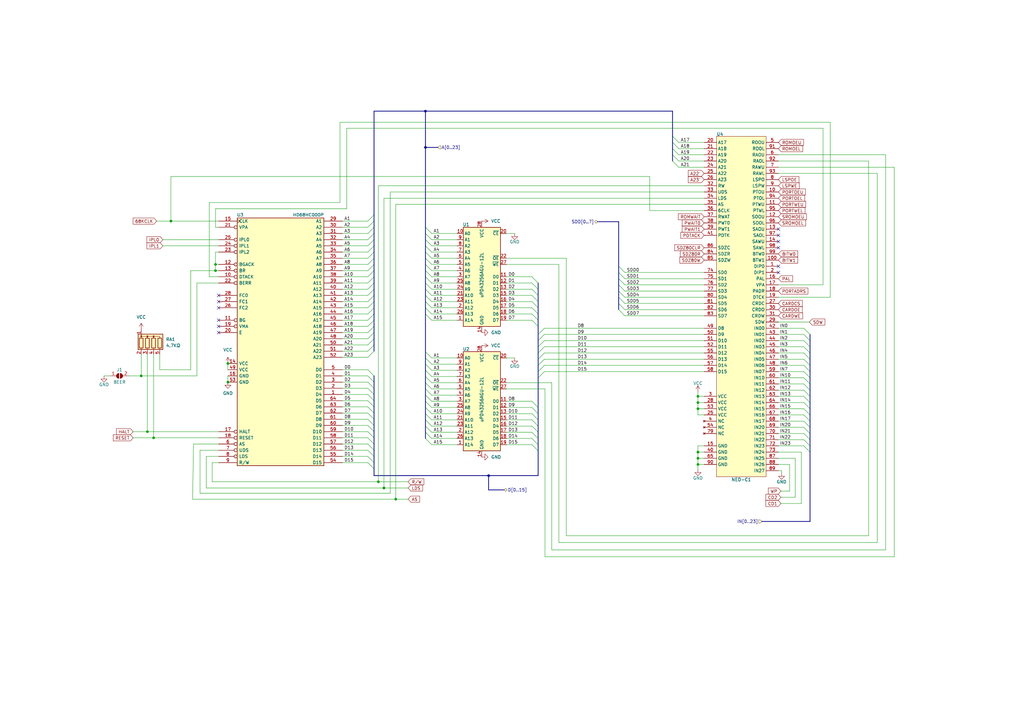
<source format=kicad_sch>
(kicad_sch (version 20211123) (generator eeschema)
  (paper "A3")
  (junction (at 174.498 45.593))
  (junction (at 286.258 162.56))
  (junction (at 88.392 110.998))
  (junction (at 286.258 187.96))
  (junction (at 286.258 190.5))
  (junction (at 88.392 108.458))
  (junction (at 162.306 204.724))
  (junction (at 155.194 197.612))
  (junction (at 286.258 167.64))
  (junction (at 93.472 156.718))
  (junction (at 200.406 195.072))
  (junction (at 70.104 90.678))
  (junction (at 174.498 60.452))
  (junction (at 57.912 154.178))
  (junction (at 286.258 185.42))
  (junction (at 62.992 179.578))
  (junction (at 60.452 177.038))
  (junction (at 286.258 165.1))
  (junction (at 157.48 200.152))
  (junction (at 93.472 149.098))
  (no_connect (at 89.662 133.858))
  (no_connect (at 89.662 126.238))
  (no_connect (at 89.662 121.158))
  (no_connect (at 89.662 131.318))
  (no_connect (at 89.662 123.698))
  (no_connect (at 89.662 136.398))
  (no_connect (at 319.278 111.76))
  (no_connect (at 319.278 109.22))
  (no_connect (at 319.278 93.98))
  (no_connect (at 319.278 99.06))
  (no_connect (at 319.278 96.52))
  (no_connect (at 319.278 101.6))
  (bus_entry (at 332.232 147.32) (size -2.54 -2.54))
  (bus_entry (at 220.726 169.672) (size -2.54 -2.54))
  (bus_entry (at 174.498 159.512) (size 2.54 2.54))
  (bus_entry (at 174.498 113.538) (size 2.54 2.54))
  (bus_entry (at 153.416 118.618) (size -2.54 2.54))
  (bus_entry (at 174.498 93.218) (size 2.54 2.54))
  (bus_entry (at 153.416 182.118) (size -2.54 -2.54))
  (bus_entry (at 220.726 131.318) (size -2.54 -2.54))
  (bus_entry (at 153.416 123.698) (size -2.54 2.54))
  (bus_entry (at 174.498 100.838) (size 2.54 2.54))
  (bus_entry (at 174.498 177.292) (size 2.54 2.54))
  (bus_entry (at 153.416 179.578) (size -2.54 -2.54))
  (bus_entry (at 220.726 123.698) (size -2.54 -2.54))
  (bus_entry (at 220.726 116.078) (size -2.54 -2.54))
  (bus_entry (at 174.498 144.272) (size 2.54 2.54))
  (bus_entry (at 153.416 103.378) (size -2.54 2.54))
  (bus_entry (at 220.726 144.78) (size 2.54 -2.54))
  (bus_entry (at 332.232 182.88) (size -2.54 -2.54))
  (bus_entry (at 332.232 142.24) (size -2.54 -2.54))
  (bus_entry (at 174.498 172.212) (size 2.54 2.54))
  (bus_entry (at 332.232 137.16) (size -2.54 -2.54))
  (bus_entry (at 220.726 167.132) (size -2.54 -2.54))
  (bus_entry (at 332.232 170.18) (size -2.54 -2.54))
  (bus_entry (at 332.232 185.42) (size -2.54 -2.54))
  (bus_entry (at 253.746 114.3) (size 2.54 2.54))
  (bus_entry (at 174.498 151.892) (size 2.54 2.54))
  (bus_entry (at 174.498 95.758) (size 2.54 2.54))
  (bus_entry (at 174.498 164.592) (size 2.54 2.54))
  (bus_entry (at 153.416 192.278) (size -2.54 -2.54))
  (bus_entry (at 174.498 110.998) (size 2.54 2.54))
  (bus_entry (at 220.726 184.912) (size -2.54 -2.54))
  (bus_entry (at 275.844 66.04) (size 2.54 2.54))
  (bus_entry (at 153.416 121.158) (size -2.54 2.54))
  (bus_entry (at 275.844 55.88) (size 2.54 2.54))
  (bus_entry (at 153.416 105.918) (size -2.54 2.54))
  (bus_entry (at 220.726 137.16) (size 2.54 -2.54))
  (bus_entry (at 153.416 164.338) (size -2.54 -2.54))
  (bus_entry (at 174.498 121.158) (size 2.54 2.54))
  (bus_entry (at 253.746 124.46) (size 2.54 2.54))
  (bus_entry (at 332.232 149.86) (size -2.54 -2.54))
  (bus_entry (at 332.232 162.56) (size -2.54 -2.54))
  (bus_entry (at 220.726 133.858) (size -2.54 -2.54))
  (bus_entry (at 332.232 180.34) (size -2.54 -2.54))
  (bus_entry (at 153.416 90.678) (size -2.54 2.54))
  (bus_entry (at 220.726 126.238) (size -2.54 -2.54))
  (bus_entry (at 174.498 169.672) (size 2.54 2.54))
  (bus_entry (at 174.498 123.698) (size 2.54 2.54))
  (bus_entry (at 153.416 161.798) (size -2.54 -2.54))
  (bus_entry (at 275.844 60.96) (size 2.54 2.54))
  (bus_entry (at 174.498 128.778) (size 2.54 2.54))
  (bus_entry (at 174.498 156.972) (size 2.54 2.54))
  (bus_entry (at 220.726 172.212) (size -2.54 -2.54))
  (bus_entry (at 332.232 160.02) (size -2.54 -2.54))
  (bus_entry (at 153.416 141.478) (size -2.54 2.54))
  (bus_entry (at 153.416 98.298) (size -2.54 2.54))
  (bus_entry (at 332.232 175.26) (size -2.54 -2.54))
  (bus_entry (at 174.498 179.832) (size 2.54 2.54))
  (bus_entry (at 220.726 128.778) (size -2.54 -2.54))
  (bus_entry (at 174.498 126.238) (size 2.54 2.54))
  (bus_entry (at 153.416 95.758) (size -2.54 2.54))
  (bus_entry (at 153.416 159.258) (size -2.54 -2.54))
  (bus_entry (at 153.416 113.538) (size -2.54 2.54))
  (bus_entry (at 153.416 136.398) (size -2.54 2.54))
  (bus_entry (at 220.726 147.32) (size 2.54 -2.54))
  (bus_entry (at 220.726 149.86) (size 2.54 -2.54))
  (bus_entry (at 220.726 179.832) (size -2.54 -2.54))
  (bus_entry (at 174.498 103.378) (size 2.54 2.54))
  (bus_entry (at 253.746 127) (size 2.54 2.54))
  (bus_entry (at 174.498 116.078) (size 2.54 2.54))
  (bus_entry (at 253.746 119.38) (size 2.54 2.54))
  (bus_entry (at 253.746 116.84) (size 2.54 2.54))
  (bus_entry (at 174.498 162.052) (size 2.54 2.54))
  (bus_entry (at 153.416 166.878) (size -2.54 -2.54))
  (bus_entry (at 220.726 142.24) (size 2.54 -2.54))
  (bus_entry (at 332.232 177.8) (size -2.54 -2.54))
  (bus_entry (at 174.498 149.352) (size 2.54 2.54))
  (bus_entry (at 174.498 167.132) (size 2.54 2.54))
  (bus_entry (at 332.232 139.7) (size -2.54 -2.54))
  (bus_entry (at 332.232 165.1) (size -2.54 -2.54))
  (bus_entry (at 332.232 152.4) (size -2.54 -2.54))
  (bus_entry (at 153.416 154.178) (size -2.54 -2.54))
  (bus_entry (at 332.232 172.72) (size -2.54 -2.54))
  (bus_entry (at 253.746 109.22) (size 2.54 2.54))
  (bus_entry (at 174.498 108.458) (size 2.54 2.54))
  (bus_entry (at 174.498 98.298) (size 2.54 2.54))
  (bus_entry (at 275.844 58.42) (size 2.54 2.54))
  (bus_entry (at 153.416 171.958) (size -2.54 -2.54))
  (bus_entry (at 153.416 174.498) (size -2.54 -2.54))
  (bus_entry (at 220.726 139.7) (size 2.54 -2.54))
  (bus_entry (at 220.726 154.94) (size 2.54 -2.54))
  (bus_entry (at 153.416 108.458) (size -2.54 2.54))
  (bus_entry (at 153.416 177.038) (size -2.54 -2.54))
  (bus_entry (at 153.416 116.078) (size -2.54 2.54))
  (bus_entry (at 174.498 105.918) (size 2.54 2.54))
  (bus_entry (at 153.416 88.138) (size -2.54 2.54))
  (bus_entry (at 220.726 152.4) (size 2.54 -2.54))
  (bus_entry (at 153.416 100.838) (size -2.54 2.54))
  (bus_entry (at 174.498 174.752) (size 2.54 2.54))
  (bus_entry (at 174.498 154.432) (size 2.54 2.54))
  (bus_entry (at 220.726 177.292) (size -2.54 -2.54))
  (bus_entry (at 220.726 182.372) (size -2.54 -2.54))
  (bus_entry (at 153.416 93.218) (size -2.54 2.54))
  (bus_entry (at 153.416 131.318) (size -2.54 2.54))
  (bus_entry (at 153.416 169.418) (size -2.54 -2.54))
  (bus_entry (at 332.232 167.64) (size -2.54 -2.54))
  (bus_entry (at 153.416 128.778) (size -2.54 2.54))
  (bus_entry (at 153.416 133.858) (size -2.54 2.54))
  (bus_entry (at 253.746 121.92) (size 2.54 2.54))
  (bus_entry (at 275.844 63.5) (size 2.54 2.54))
  (bus_entry (at 332.232 154.94) (size -2.54 -2.54))
  (bus_entry (at 220.726 121.158) (size -2.54 -2.54))
  (bus_entry (at 153.416 110.998) (size -2.54 2.54))
  (bus_entry (at 153.416 189.738) (size -2.54 -2.54))
  (bus_entry (at 332.232 157.48) (size -2.54 -2.54))
  (bus_entry (at 220.726 174.752) (size -2.54 -2.54))
  (bus_entry (at 153.416 138.938) (size -2.54 2.54))
  (bus_entry (at 174.498 146.812) (size 2.54 2.54))
  (bus_entry (at 253.746 111.76) (size 2.54 2.54))
  (bus_entry (at 153.416 156.718) (size -2.54 -2.54))
  (bus_entry (at 153.416 184.658) (size -2.54 -2.54))
  (bus_entry (at 153.416 126.238) (size -2.54 2.54))
  (bus_entry (at 174.498 118.618) (size 2.54 2.54))
  (bus_entry (at 220.726 118.618) (size -2.54 -2.54))
  (bus_entry (at 153.416 144.018) (size -2.54 2.54))
  (bus_entry (at 153.416 187.198) (size -2.54 -2.54))
  (bus_entry (at 332.232 144.78) (size -2.54 -2.54))
  (bus (pts (xy 174.498 45.593) (xy 174.498 60.452)))
  (wire (pts (xy 140.462 108.458) (xy 150.876 108.458)))
  (bus (pts (xy 253.746 121.92) (xy 253.746 119.38)))
  (wire (pts (xy 54.61 177.038) (xy 60.452 177.038)))
  (bus (pts (xy 332.232 180.34) (xy 332.232 182.88)))
  (wire (pts (xy 359.791 71.12) (xy 319.278 71.12)))
  (wire (pts (xy 326.136 203.962) (xy 320.294 203.962)))
  (bus (pts (xy 174.498 108.458) (xy 174.498 105.918)))
  (wire (pts (xy 70.104 72.39) (xy 70.104 90.678)))
  (wire (pts (xy 319.278 187.96) (xy 326.136 187.96)))
  (bus (pts (xy 174.498 149.352) (xy 174.498 151.892)))
  (wire (pts (xy 223.266 152.4) (xy 288.798 152.4)))
  (bus (pts (xy 332.232 175.26) (xy 332.232 177.8)))
  (wire (pts (xy 157.48 81.28) (xy 157.48 200.152)))
  (bus (pts (xy 153.416 100.838) (xy 153.416 103.378)))
  (bus (pts (xy 275.844 63.5) (xy 275.844 60.96)))
  (wire (pts (xy 328.676 206.502) (xy 328.676 185.42)))
  (wire (pts (xy 57.912 154.178) (xy 80.772 154.178)))
  (wire (pts (xy 187.452 154.432) (xy 177.038 154.432)))
  (wire (pts (xy 88.392 108.458) (xy 88.392 110.998)))
  (wire (pts (xy 207.772 182.372) (xy 218.186 182.372)))
  (wire (pts (xy 140.462 90.678) (xy 150.876 90.678)))
  (wire (pts (xy 78.994 204.724) (xy 162.306 204.724)))
  (wire (pts (xy 229.235 108.458) (xy 229.235 222.504)))
  (wire (pts (xy 319.278 193.04) (xy 320.548 193.04)))
  (wire (pts (xy 207.772 146.812) (xy 211.074 146.812)))
  (wire (pts (xy 223.266 147.32) (xy 288.798 147.32)))
  (wire (pts (xy 223.266 137.16) (xy 288.798 137.16)))
  (wire (pts (xy 256.286 119.38) (xy 288.798 119.38)))
  (wire (pts (xy 207.772 131.318) (xy 218.186 131.318)))
  (bus (pts (xy 153.416 141.478) (xy 153.416 144.018)))
  (wire (pts (xy 187.452 128.778) (xy 177.038 128.778)))
  (bus (pts (xy 153.416 133.858) (xy 153.416 136.398)))
  (wire (pts (xy 288.798 60.96) (xy 278.384 60.96)))
  (bus (pts (xy 220.726 154.94) (xy 220.726 167.132)))
  (wire (pts (xy 187.452 159.512) (xy 177.038 159.512)))
  (wire (pts (xy 140.462 126.238) (xy 150.876 126.238)))
  (wire (pts (xy 337.566 116.84) (xy 337.566 52.578)))
  (bus (pts (xy 332.232 177.8) (xy 332.232 180.34)))
  (wire (pts (xy 187.452 146.812) (xy 177.038 146.812)))
  (bus (pts (xy 174.498 93.218) (xy 174.498 95.758)))
  (wire (pts (xy 140.462 166.878) (xy 150.876 166.878)))
  (wire (pts (xy 320.294 201.422) (xy 323.85 201.422)))
  (bus (pts (xy 200.406 195.072) (xy 220.726 195.072)))
  (bus (pts (xy 174.498 128.778) (xy 174.498 144.272)))
  (bus (pts (xy 220.726 152.4) (xy 220.726 154.94)))
  (wire (pts (xy 340.487 50.165) (xy 340.487 121.92)))
  (bus (pts (xy 153.416 161.798) (xy 153.416 164.338)))
  (wire (pts (xy 140.462 144.018) (xy 150.876 144.018)))
  (wire (pts (xy 286.258 185.42) (xy 286.258 187.96)))
  (wire (pts (xy 140.462 95.758) (xy 150.876 95.758)))
  (bus (pts (xy 253.746 124.46) (xy 253.746 121.92)))
  (wire (pts (xy 319.278 154.94) (xy 329.692 154.94)))
  (wire (pts (xy 256.286 124.46) (xy 288.798 124.46)))
  (bus (pts (xy 153.416 189.738) (xy 153.416 192.278)))
  (bus (pts (xy 332.232 144.78) (xy 332.232 147.32)))
  (wire (pts (xy 187.452 116.078) (xy 177.038 116.078)))
  (wire (pts (xy 187.452 182.372) (xy 177.038 182.372)))
  (wire (pts (xy 140.462 174.498) (xy 150.876 174.498)))
  (bus (pts (xy 220.726 126.238) (xy 220.726 128.778)))
  (wire (pts (xy 337.566 52.578) (xy 142.24 52.578)))
  (wire (pts (xy 286.258 187.96) (xy 288.798 187.96)))
  (wire (pts (xy 187.452 108.458) (xy 177.038 108.458)))
  (bus (pts (xy 312.42 213.868) (xy 332.232 213.868)))
  (wire (pts (xy 187.452 151.892) (xy 177.038 151.892)))
  (bus (pts (xy 174.498 100.838) (xy 174.498 98.298)))
  (wire (pts (xy 140.462 118.618) (xy 150.876 118.618)))
  (bus (pts (xy 275.844 66.04) (xy 275.844 63.5)))
  (wire (pts (xy 207.772 179.832) (xy 218.186 179.832)))
  (bus (pts (xy 220.726 139.7) (xy 220.726 142.24)))
  (wire (pts (xy 140.462 182.118) (xy 150.876 182.118)))
  (bus (pts (xy 332.232 157.48) (xy 332.232 160.02)))
  (wire (pts (xy 207.772 116.078) (xy 218.186 116.078)))
  (bus (pts (xy 153.416 169.418) (xy 153.416 171.958)))
  (wire (pts (xy 207.772 105.918) (xy 232.283 105.918)))
  (wire (pts (xy 187.452 162.052) (xy 177.038 162.052)))
  (bus (pts (xy 174.498 146.812) (xy 174.498 149.352)))
  (wire (pts (xy 319.278 134.62) (xy 329.692 134.62)))
  (wire (pts (xy 89.662 187.198) (xy 84.582 187.198)))
  (wire (pts (xy 288.798 63.5) (xy 278.384 63.5)))
  (wire (pts (xy 286.258 165.1) (xy 288.798 165.1)))
  (wire (pts (xy 140.462 164.338) (xy 150.876 164.338)))
  (wire (pts (xy 256.286 129.54) (xy 288.798 129.54)))
  (wire (pts (xy 85.852 83.058) (xy 85.852 113.538)))
  (wire (pts (xy 42.672 154.178) (xy 45.212 154.178)))
  (wire (pts (xy 140.462 131.318) (xy 150.876 131.318)))
  (wire (pts (xy 187.452 105.918) (xy 177.038 105.918)))
  (wire (pts (xy 140.462 146.558) (xy 150.876 146.558)))
  (bus (pts (xy 153.416 177.038) (xy 153.416 179.578)))
  (wire (pts (xy 187.452 95.758) (xy 177.038 95.758)))
  (bus (pts (xy 245.11 90.932) (xy 253.746 90.932)))
  (wire (pts (xy 223.266 149.86) (xy 288.798 149.86)))
  (bus (pts (xy 153.416 123.698) (xy 153.416 126.238)))
  (wire (pts (xy 140.462 113.538) (xy 150.876 113.538)))
  (wire (pts (xy 88.392 85.598) (xy 142.24 85.598)))
  (wire (pts (xy 256.286 111.76) (xy 288.798 111.76)))
  (wire (pts (xy 140.462 93.218) (xy 150.876 93.218)))
  (wire (pts (xy 328.676 185.42) (xy 319.278 185.42)))
  (bus (pts (xy 220.726 147.32) (xy 220.726 149.86)))
  (bus (pts (xy 332.232 147.32) (xy 332.232 149.86)))
  (bus (pts (xy 153.416 98.298) (xy 153.416 100.838)))
  (bus (pts (xy 153.416 138.938) (xy 153.416 141.478)))
  (wire (pts (xy 140.462 184.658) (xy 150.876 184.658)))
  (wire (pts (xy 319.278 149.86) (xy 329.692 149.86)))
  (bus (pts (xy 174.498 126.238) (xy 174.498 123.698)))
  (wire (pts (xy 89.662 110.998) (xy 88.392 110.998)))
  (bus (pts (xy 153.416 128.778) (xy 153.416 131.318)))
  (wire (pts (xy 366.776 68.58) (xy 319.278 68.58)))
  (wire (pts (xy 266.446 86.36) (xy 266.446 72.39)))
  (wire (pts (xy 286.258 182.88) (xy 286.258 185.42)))
  (wire (pts (xy 288.798 170.18) (xy 286.258 170.18)))
  (bus (pts (xy 153.416 45.593) (xy 174.498 45.593)))
  (wire (pts (xy 207.772 95.758) (xy 211.074 95.758)))
  (wire (pts (xy 155.194 197.612) (xy 167.386 197.612)))
  (bus (pts (xy 153.416 116.078) (xy 153.416 118.618)))
  (wire (pts (xy 229.235 222.504) (xy 359.791 222.504)))
  (wire (pts (xy 286.258 167.64) (xy 288.798 167.64)))
  (bus (pts (xy 174.498 151.892) (xy 174.498 154.432)))
  (wire (pts (xy 187.452 100.838) (xy 177.038 100.838)))
  (bus (pts (xy 153.416 95.758) (xy 153.416 98.298)))
  (wire (pts (xy 84.582 200.152) (xy 157.48 200.152)))
  (wire (pts (xy 319.278 142.24) (xy 329.692 142.24)))
  (wire (pts (xy 140.462 121.158) (xy 150.876 121.158)))
  (bus (pts (xy 153.416 126.238) (xy 153.416 128.778)))
  (wire (pts (xy 356.235 66.04) (xy 319.278 66.04)))
  (wire (pts (xy 319.278 139.7) (xy 329.692 139.7)))
  (wire (pts (xy 286.258 190.5) (xy 286.258 192.532)))
  (wire (pts (xy 187.452 177.292) (xy 177.038 177.292)))
  (wire (pts (xy 226.314 156.972) (xy 226.314 225.552)))
  (wire (pts (xy 288.798 68.58) (xy 278.384 68.58)))
  (wire (pts (xy 157.48 81.28) (xy 288.798 81.28)))
  (bus (pts (xy 153.416 93.218) (xy 153.416 95.758)))
  (wire (pts (xy 140.462 133.858) (xy 150.876 133.858)))
  (wire (pts (xy 366.776 228.346) (xy 366.776 68.58)))
  (wire (pts (xy 319.278 170.18) (xy 329.692 170.18)))
  (wire (pts (xy 207.772 123.698) (xy 218.186 123.698)))
  (wire (pts (xy 286.258 187.96) (xy 286.258 190.5)))
  (wire (pts (xy 286.258 185.42) (xy 288.798 185.42)))
  (bus (pts (xy 174.498 113.538) (xy 174.498 110.998)))
  (bus (pts (xy 200.406 200.914) (xy 200.406 195.072)))
  (wire (pts (xy 319.278 144.78) (xy 329.692 144.78)))
  (wire (pts (xy 223.266 144.78) (xy 288.798 144.78)))
  (bus (pts (xy 153.416 187.198) (xy 153.416 189.738)))
  (wire (pts (xy 93.472 154.178) (xy 93.472 156.718)))
  (wire (pts (xy 207.772 126.238) (xy 218.186 126.238)))
  (bus (pts (xy 153.416 108.458) (xy 153.416 110.998)))
  (wire (pts (xy 93.472 149.098) (xy 93.472 151.638)))
  (bus (pts (xy 332.232 154.94) (xy 332.232 157.48)))
  (bus (pts (xy 174.498 159.512) (xy 174.498 162.052)))
  (bus (pts (xy 332.232 142.24) (xy 332.232 144.78)))
  (bus (pts (xy 153.416 154.178) (xy 153.416 156.718)))
  (wire (pts (xy 207.772 156.972) (xy 226.314 156.972)))
  (wire (pts (xy 319.278 137.16) (xy 329.692 137.16)))
  (wire (pts (xy 88.392 85.598) (xy 88.392 93.218)))
  (bus (pts (xy 220.726 177.292) (xy 220.726 179.832)))
  (bus (pts (xy 220.726 172.212) (xy 220.726 174.752)))
  (wire (pts (xy 187.452 113.538) (xy 177.038 113.538)))
  (bus (pts (xy 220.726 142.24) (xy 220.726 144.78)))
  (bus (pts (xy 153.416 105.918) (xy 153.416 108.458)))
  (bus (pts (xy 174.498 123.698) (xy 174.498 121.158)))
  (wire (pts (xy 286.258 162.56) (xy 286.258 165.1)))
  (bus (pts (xy 220.726 174.752) (xy 220.726 177.292)))
  (bus (pts (xy 253.746 119.38) (xy 253.746 116.84)))
  (bus (pts (xy 220.726 123.698) (xy 220.726 126.238)))
  (wire (pts (xy 88.392 103.378) (xy 88.392 108.458)))
  (bus (pts (xy 153.416 156.718) (xy 153.416 159.258)))
  (wire (pts (xy 60.452 145.288) (xy 60.452 177.038)))
  (bus (pts (xy 153.416 184.658) (xy 153.416 187.198)))
  (bus (pts (xy 174.498 164.592) (xy 174.498 167.132)))
  (bus (pts (xy 174.498 162.052) (xy 174.498 164.592)))
  (wire (pts (xy 66.802 100.838) (xy 89.662 100.838)))
  (bus (pts (xy 220.726 118.618) (xy 220.726 121.158)))
  (wire (pts (xy 288.798 76.2) (xy 155.194 76.2)))
  (bus (pts (xy 174.498 98.298) (xy 174.498 95.758)))
  (bus (pts (xy 332.232 162.56) (xy 332.232 165.1)))
  (bus (pts (xy 153.416 159.258) (xy 153.416 161.798)))
  (wire (pts (xy 187.452 174.752) (xy 177.038 174.752)))
  (wire (pts (xy 232.283 219.71) (xy 356.235 219.71)))
  (wire (pts (xy 89.662 93.218) (xy 88.392 93.218)))
  (wire (pts (xy 288.798 86.36) (xy 266.446 86.36)))
  (wire (pts (xy 187.452 164.592) (xy 177.038 164.592)))
  (wire (pts (xy 162.306 83.82) (xy 288.798 83.82)))
  (wire (pts (xy 140.462 98.298) (xy 150.876 98.298)))
  (wire (pts (xy 140.462 123.698) (xy 150.876 123.698)))
  (wire (pts (xy 187.452 118.618) (xy 177.038 118.618)))
  (bus (pts (xy 153.416 164.338) (xy 153.416 166.878)))
  (wire (pts (xy 286.258 190.5) (xy 288.798 190.5)))
  (bus (pts (xy 332.232 149.86) (xy 332.232 152.4)))
  (wire (pts (xy 162.306 204.724) (xy 167.386 204.724)))
  (wire (pts (xy 140.462 100.838) (xy 150.876 100.838)))
  (wire (pts (xy 86.995 197.612) (xy 86.995 189.738)))
  (wire (pts (xy 54.61 179.578) (xy 62.992 179.578)))
  (wire (pts (xy 52.832 154.178) (xy 57.912 154.178)))
  (bus (pts (xy 220.726 179.832) (xy 220.726 182.372)))
  (wire (pts (xy 256.286 116.84) (xy 288.798 116.84)))
  (wire (pts (xy 319.278 116.84) (xy 337.566 116.84)))
  (bus (pts (xy 275.844 58.42) (xy 275.844 55.88)))
  (wire (pts (xy 363.22 63.5) (xy 319.278 63.5)))
  (wire (pts (xy 319.278 132.08) (xy 331.978 132.08)))
  (bus (pts (xy 253.746 116.84) (xy 253.746 114.3)))
  (bus (pts (xy 174.498 174.752) (xy 174.498 177.292)))
  (bus (pts (xy 220.726 169.672) (xy 220.726 172.212)))
  (wire (pts (xy 89.662 113.538) (xy 85.852 113.538)))
  (bus (pts (xy 220.726 167.132) (xy 220.726 169.672)))
  (wire (pts (xy 319.278 165.1) (xy 329.692 165.1)))
  (wire (pts (xy 223.52 228.346) (xy 366.776 228.346)))
  (bus (pts (xy 220.726 137.16) (xy 220.726 139.7)))
  (wire (pts (xy 64.262 90.678) (xy 70.104 90.678)))
  (wire (pts (xy 157.48 200.152) (xy 167.386 200.152)))
  (wire (pts (xy 140.462 159.258) (xy 150.876 159.258)))
  (wire (pts (xy 207.772 121.158) (xy 218.186 121.158)))
  (bus (pts (xy 332.232 137.16) (xy 332.232 139.7)))
  (wire (pts (xy 256.286 127) (xy 288.798 127)))
  (wire (pts (xy 140.462 171.958) (xy 150.876 171.958)))
  (wire (pts (xy 223.266 134.62) (xy 288.798 134.62)))
  (wire (pts (xy 140.462 141.478) (xy 150.876 141.478)))
  (bus (pts (xy 174.498 121.158) (xy 174.498 118.618)))
  (bus (pts (xy 220.726 149.86) (xy 220.726 152.4)))
  (wire (pts (xy 326.136 187.96) (xy 326.136 203.962)))
  (wire (pts (xy 207.772 169.672) (xy 218.186 169.672)))
  (wire (pts (xy 84.582 187.198) (xy 84.582 200.152)))
  (bus (pts (xy 174.498 177.292) (xy 174.498 179.832)))
  (wire (pts (xy 207.772 159.512) (xy 223.52 159.512)))
  (wire (pts (xy 223.52 159.512) (xy 223.52 228.346)))
  (wire (pts (xy 140.462 177.038) (xy 150.876 177.038)))
  (wire (pts (xy 85.852 83.058) (xy 139.446 83.058)))
  (wire (pts (xy 139.446 50.165) (xy 340.487 50.165)))
  (wire (pts (xy 232.283 105.918) (xy 232.283 219.71)))
  (wire (pts (xy 155.194 197.612) (xy 86.995 197.612)))
  (wire (pts (xy 187.452 126.238) (xy 177.038 126.238)))
  (bus (pts (xy 332.232 167.64) (xy 332.232 170.18)))
  (wire (pts (xy 62.992 145.288) (xy 62.992 179.578)))
  (bus (pts (xy 220.726 184.912) (xy 220.726 195.072)))
  (bus (pts (xy 220.726 121.158) (xy 220.726 123.698)))
  (wire (pts (xy 319.278 152.4) (xy 329.692 152.4)))
  (wire (pts (xy 207.772 118.618) (xy 218.186 118.618)))
  (wire (pts (xy 288.798 66.04) (xy 278.384 66.04)))
  (bus (pts (xy 253.746 109.22) (xy 253.746 90.932)))
  (wire (pts (xy 207.772 113.538) (xy 218.186 113.538)))
  (wire (pts (xy 155.194 76.2) (xy 155.194 197.612)))
  (wire (pts (xy 140.462 151.638) (xy 150.876 151.638)))
  (bus (pts (xy 153.416 88.138) (xy 153.416 90.678)))
  (wire (pts (xy 187.452 103.378) (xy 177.038 103.378)))
  (wire (pts (xy 140.462 189.738) (xy 150.876 189.738)))
  (bus (pts (xy 174.498 110.998) (xy 174.498 108.458)))
  (wire (pts (xy 89.662 116.078) (xy 80.772 116.078)))
  (wire (pts (xy 286.258 165.1) (xy 286.258 167.64)))
  (wire (pts (xy 79.375 182.118) (xy 78.994 204.724)))
  (wire (pts (xy 187.452 156.972) (xy 177.038 156.972)))
  (wire (pts (xy 187.452 179.832) (xy 177.038 179.832)))
  (wire (pts (xy 80.772 116.078) (xy 80.772 154.178)))
  (wire (pts (xy 140.462 105.918) (xy 150.876 105.918)))
  (bus (pts (xy 206.756 200.914) (xy 200.406 200.914)))
  (wire (pts (xy 88.392 110.998) (xy 78.232 110.998)))
  (bus (pts (xy 174.498 103.378) (xy 174.498 100.838)))
  (wire (pts (xy 140.462 128.778) (xy 150.876 128.778)))
  (wire (pts (xy 207.772 164.592) (xy 218.186 164.592)))
  (bus (pts (xy 220.726 128.778) (xy 220.726 131.318)))
  (wire (pts (xy 187.452 110.998) (xy 177.038 110.998)))
  (bus (pts (xy 153.416 179.578) (xy 153.416 182.118)))
  (bus (pts (xy 174.498 105.918) (xy 174.498 103.378)))
  (bus (pts (xy 332.232 160.02) (xy 332.232 162.56)))
  (wire (pts (xy 70.104 90.678) (xy 89.662 90.678)))
  (wire (pts (xy 66.802 98.298) (xy 89.662 98.298)))
  (bus (pts (xy 174.498 60.452) (xy 179.578 60.452)))
  (wire (pts (xy 319.278 147.32) (xy 329.692 147.32)))
  (wire (pts (xy 140.462 116.078) (xy 150.876 116.078)))
  (wire (pts (xy 82.042 202.311) (xy 82.042 184.658)))
  (bus (pts (xy 253.746 114.3) (xy 253.746 111.76)))
  (wire (pts (xy 140.462 136.398) (xy 150.876 136.398)))
  (bus (pts (xy 153.416 195.072) (xy 200.406 195.072)))
  (bus (pts (xy 153.416 136.398) (xy 153.416 138.938)))
  (wire (pts (xy 78.232 110.998) (xy 78.232 151.638)))
  (bus (pts (xy 174.498 45.593) (xy 275.844 45.593)))
  (bus (pts (xy 174.498 169.672) (xy 174.498 172.212)))
  (wire (pts (xy 207.772 174.752) (xy 218.186 174.752)))
  (wire (pts (xy 140.462 154.178) (xy 150.876 154.178)))
  (wire (pts (xy 187.452 121.158) (xy 177.038 121.158)))
  (bus (pts (xy 153.416 113.538) (xy 153.416 116.078)))
  (wire (pts (xy 140.462 138.938) (xy 150.876 138.938)))
  (bus (pts (xy 174.498 116.078) (xy 174.498 113.538)))
  (wire (pts (xy 319.278 167.64) (xy 329.692 167.64)))
  (wire (pts (xy 223.266 139.7) (xy 288.798 139.7)))
  (wire (pts (xy 266.446 72.39) (xy 70.104 72.39)))
  (wire (pts (xy 319.278 160.02) (xy 329.692 160.02)))
  (bus (pts (xy 153.416 171.958) (xy 153.416 174.498)))
  (bus (pts (xy 275.844 45.593) (xy 275.844 55.88)))
  (bus (pts (xy 220.726 116.078) (xy 220.726 118.618)))
  (bus (pts (xy 174.498 167.132) (xy 174.498 169.672)))
  (wire (pts (xy 89.662 103.378) (xy 88.392 103.378)))
  (wire (pts (xy 340.487 121.92) (xy 319.278 121.92)))
  (bus (pts (xy 275.844 60.96) (xy 275.844 58.42)))
  (bus (pts (xy 220.726 182.372) (xy 220.726 184.912)))
  (wire (pts (xy 319.278 180.34) (xy 329.692 180.34)))
  (wire (pts (xy 319.278 177.8) (xy 329.692 177.8)))
  (wire (pts (xy 323.85 190.5) (xy 323.85 201.422)))
  (wire (pts (xy 207.772 128.778) (xy 218.186 128.778)))
  (bus (pts (xy 153.416 110.998) (xy 153.416 113.538)))
  (wire (pts (xy 140.462 110.998) (xy 150.876 110.998)))
  (bus (pts (xy 174.498 144.272) (xy 174.498 146.812)))
  (wire (pts (xy 187.452 167.132) (xy 177.038 167.132)))
  (wire (pts (xy 57.912 154.178) (xy 57.912 145.288)))
  (bus (pts (xy 153.416 45.593) (xy 153.416 88.138)))
  (wire (pts (xy 160.02 78.74) (xy 160.02 202.311)))
  (wire (pts (xy 187.452 172.212) (xy 177.038 172.212)))
  (bus (pts (xy 220.726 144.78) (xy 220.726 147.32)))
  (wire (pts (xy 187.452 131.318) (xy 177.038 131.318)))
  (wire (pts (xy 65.532 151.638) (xy 78.232 151.638)))
  (bus (pts (xy 332.232 152.4) (xy 332.232 154.94)))
  (wire (pts (xy 160.02 202.311) (xy 82.042 202.311)))
  (bus (pts (xy 332.232 165.1) (xy 332.232 167.64)))
  (wire (pts (xy 256.286 121.92) (xy 288.798 121.92)))
  (wire (pts (xy 320.548 193.04) (xy 320.548 194.056)))
  (bus (pts (xy 332.232 185.42) (xy 332.232 213.868)))
  (bus (pts (xy 220.726 131.318) (xy 220.726 133.858)))
  (bus (pts (xy 153.416 118.618) (xy 153.416 121.158)))
  (wire (pts (xy 139.446 83.058) (xy 139.446 50.165)))
  (wire (pts (xy 140.462 103.378) (xy 150.876 103.378)))
  (wire (pts (xy 88.392 108.458) (xy 89.662 108.458)))
  (bus (pts (xy 153.416 192.278) (xy 153.416 195.072)))
  (wire (pts (xy 319.278 157.48) (xy 329.692 157.48)))
  (wire (pts (xy 356.235 219.71) (xy 356.235 66.04)))
  (bus (pts (xy 153.416 131.318) (xy 153.416 133.858)))
  (wire (pts (xy 207.772 108.458) (xy 229.235 108.458)))
  (wire (pts (xy 319.278 175.26) (xy 329.692 175.26)))
  (wire (pts (xy 140.462 161.798) (xy 150.876 161.798)))
  (wire (pts (xy 286.258 160.782) (xy 286.258 162.56)))
  (bus (pts (xy 220.726 133.858) (xy 220.726 137.16)))
  (wire (pts (xy 288.798 78.74) (xy 160.02 78.74)))
  (wire (pts (xy 89.662 182.118) (xy 79.375 182.118)))
  (bus (pts (xy 153.416 174.498) (xy 153.416 177.038)))
  (wire (pts (xy 86.995 189.738) (xy 89.662 189.738)))
  (bus (pts (xy 153.416 121.158) (xy 153.416 123.698)))
  (bus (pts (xy 332.232 139.7) (xy 332.232 142.24)))
  (bus (pts (xy 153.416 166.878) (xy 153.416 169.418)))
  (wire (pts (xy 162.306 204.724) (xy 162.306 83.82)))
  (wire (pts (xy 319.278 182.88) (xy 329.692 182.88)))
  (wire (pts (xy 226.314 225.552) (xy 363.22 225.552)))
  (wire (pts (xy 142.24 52.578) (xy 142.24 85.598)))
  (bus (pts (xy 174.498 156.972) (xy 174.498 159.512)))
  (wire (pts (xy 60.452 177.038) (xy 89.662 177.038)))
  (wire (pts (xy 140.462 169.418) (xy 150.876 169.418)))
  (bus (pts (xy 332.232 170.18) (xy 332.232 172.72)))
  (wire (pts (xy 140.462 187.198) (xy 150.876 187.198)))
  (bus (pts (xy 174.498 154.432) (xy 174.498 156.972)))
  (wire (pts (xy 286.258 162.56) (xy 288.798 162.56)))
  (bus (pts (xy 174.498 128.778) (xy 174.498 126.238)))
  (bus (pts (xy 153.416 90.678) (xy 153.416 93.218)))
  (wire (pts (xy 207.772 167.132) (xy 218.186 167.132)))
  (wire (pts (xy 319.278 172.72) (xy 329.692 172.72)))
  (bus (pts (xy 253.746 111.76) (xy 253.746 109.22)))
  (wire (pts (xy 187.452 169.672) (xy 177.038 169.672)))
  (wire (pts (xy 187.452 123.698) (xy 177.038 123.698)))
  (bus (pts (xy 174.498 172.212) (xy 174.498 174.752)))
  (wire (pts (xy 320.294 206.502) (xy 328.676 206.502)))
  (wire (pts (xy 187.452 98.298) (xy 177.038 98.298)))
  (wire (pts (xy 187.452 149.352) (xy 177.038 149.352)))
  (wire (pts (xy 140.462 156.718) (xy 150.876 156.718)))
  (wire (pts (xy 207.772 172.212) (xy 218.186 172.212)))
  (wire (pts (xy 62.992 179.578) (xy 89.662 179.578)))
  (wire (pts (xy 319.278 162.56) (xy 329.692 162.56)))
  (wire (pts (xy 82.042 184.658) (xy 89.662 184.658)))
  (bus (pts (xy 253.746 127) (xy 253.746 124.46)))
  (wire (pts (xy 359.791 222.504) (xy 359.791 71.12)))
  (wire (pts (xy 223.266 142.24) (xy 288.798 142.24)))
  (wire (pts (xy 288.798 182.88) (xy 286.258 182.88)))
  (wire (pts (xy 286.258 167.64) (xy 286.258 170.18)))
  (wire (pts (xy 319.278 190.5) (xy 323.85 190.5)))
  (bus (pts (xy 153.416 103.378) (xy 153.416 105.918)))
  (bus (pts (xy 153.416 182.118) (xy 153.416 184.658)))
  (wire (pts (xy 207.772 177.292) (xy 218.186 177.292)))
  (wire (pts (xy 256.286 114.3) (xy 288.798 114.3)))
  (bus (pts (xy 174.498 118.618) (xy 174.498 116.078)))
  (wire (pts (xy 140.462 179.578) (xy 150.876 179.578)))
  (bus (pts (xy 332.232 182.88) (xy 332.232 185.42)))
  (bus (pts (xy 332.232 172.72) (xy 332.232 175.26)))
  (bus (pts (xy 174.498 60.452) (xy 174.498 93.218)))
  (wire (pts (xy 288.798 58.42) (xy 278.384 58.42)))
  (wire (pts (xy 363.22 225.552) (xy 363.22 63.5)))
  (wire (pts (xy 65.532 145.288) (xy 65.532 151.638)))
  (label "A6" (at 177.8 159.512 0))
  (label "SDD0" (at 257.048 111.76 0))
  (label "A20" (at 141.1732 138.938 0))
  (label "D9" (at 236.855 137.16 0))
  (label "D6" (at 208.4832 128.778 0))
  (label "IN1" (at 319.786 137.16 0))
  (label "A11" (at 177.8 121.158 0))
  (label "D8" (at 141.1732 171.958 0))
  (label "A3" (at 177.8 100.838 0))
  (label "D0" (at 208.4832 113.538 0))
  (label "D10" (at 141.1732 177.038 0))
  (label "A5" (at 177.8 105.918 0))
  (label "A8" (at 177.8 113.538 0))
  (label "SDD1" (at 257.048 114.3 0))
  (label "A10" (at 177.8 118.618 0))
  (label "A5" (at 141.1732 100.838 0))
  (label "D10" (at 208.4832 169.672 0))
  (label "A19" (at 141.1732 136.398 0))
  (label "A2" (at 177.8 98.298 0))
  (label "A18" (at 141.1732 133.858 0))
  (label "D12" (at 208.4832 174.752 0))
  (label "A15" (at 177.8 182.372 0))
  (label "IN21" (at 319.786 177.8 0))
  (label "A1" (at 141.1732 90.678 0))
  (label "SDD3" (at 257.048 119.38 0))
  (label "A3" (at 141.1732 95.758 0))
  (label "IN14" (at 319.786 165.1 0))
  (label "IN2" (at 319.786 139.7 0))
  (label "D6" (at 141.1732 166.878 0))
  (label "A11" (at 177.8 172.212 0))
  (label "SDD4" (at 257.048 121.92 0))
  (label "D14" (at 208.4832 179.832 0))
  (label "IN11" (at 319.786 157.48 0))
  (label "IN23" (at 319.786 182.88 0))
  (label "D1" (at 208.4832 116.078 0))
  (label "A10" (at 141.1732 113.538 0))
  (label "A9" (at 177.8 167.132 0))
  (label "A8" (at 141.1732 108.458 0))
  (label "A2" (at 141.1732 93.218 0))
  (label "D3" (at 208.4832 121.158 0))
  (label "A13" (at 141.1732 121.158 0))
  (label "A7" (at 141.1732 105.918 0))
  (label "A22" (at 141.1732 144.018 0))
  (label "D12" (at 141.1732 182.118 0))
  (label "A16" (at 141.1732 128.778 0))
  (label "D4" (at 141.1732 161.798 0))
  (label "A21" (at 141.1732 141.478 0))
  (label "A14" (at 141.1732 123.698 0))
  (label "D9" (at 141.1732 174.498 0))
  (label "SDD5" (at 257.048 124.46 0))
  (label "A12" (at 177.8 174.752 0))
  (label "D11" (at 236.855 142.24 0))
  (label "IN13" (at 319.786 162.56 0))
  (label "A9" (at 177.8 116.078 0))
  (label "A7" (at 177.8 110.998 0))
  (label "IN10" (at 319.786 154.94 0))
  (label "A15" (at 141.1732 126.238 0))
  (label "IN5" (at 319.786 147.32 0))
  (label "A6" (at 177.8 108.458 0))
  (label "IN3" (at 319.786 142.24 0))
  (label "A23" (at 141.1732 146.558 0))
  (label "A4" (at 177.8 154.432 0))
  (label "A14" (at 177.8 179.832 0))
  (label "A10" (at 177.8 169.672 0))
  (label "D11" (at 208.4832 172.212 0))
  (label "A12" (at 141.1732 118.618 0))
  (label "D2" (at 141.1732 156.718 0))
  (label "A1" (at 177.8 146.812 0))
  (label "A19" (at 279.146 63.5 0))
  (label "A9" (at 141.1732 110.998 0))
  (label "D14" (at 141.1732 187.198 0))
  (label "IN4" (at 319.786 144.78 0))
  (label "IN12" (at 319.786 160.02 0))
  (label "D0" (at 141.1732 151.638 0))
  (label "IN16" (at 319.786 170.18 0))
  (label "IN15" (at 319.786 167.64 0))
  (label "D15" (at 141.1732 189.738 0))
  (label "D13" (at 236.855 147.32 0))
  (label "A2" (at 177.8 149.352 0))
  (label "D5" (at 141.1732 164.338 0))
  (label "D2" (at 208.4832 118.618 0))
  (label "D11" (at 141.1732 179.578 0))
  (label "SDD7" (at 257.048 129.54 0))
  (label "D14" (at 236.855 149.86 0))
  (label "SDD2" (at 257.048 116.84 0))
  (label "IN0" (at 319.786 134.62 0))
  (label "D13" (at 208.4832 177.292 0))
  (label "A4" (at 141.1732 98.298 0))
  (label "IN17" (at 319.786 172.72 0))
  (label "D3" (at 141.1732 159.258 0))
  (label "D8" (at 208.4832 164.592 0))
  (label "A21" (at 279.146 68.58 0))
  (label "D4" (at 208.4832 123.698 0))
  (label "D15" (at 208.4832 182.372 0))
  (label "A5" (at 177.8 156.972 0))
  (label "A15" (at 177.8 131.318 0))
  (label "A17" (at 141.1732 131.318 0))
  (label "SDD6" (at 257.048 127 0))
  (label "A18" (at 279.146 60.96 0))
  (label "IN22" (at 319.786 180.34 0))
  (label "D5" (at 208.4832 126.238 0))
  (label "D7" (at 208.4832 131.318 0))
  (label "D15" (at 236.855 152.4 0))
  (label "A3" (at 177.8 151.892 0))
  (label "D10" (at 236.855 139.7 0))
  (label "A14" (at 177.8 128.778 0))
  (label "A13" (at 177.8 126.238 0))
  (label "A7" (at 177.8 162.052 0))
  (label "D8" (at 236.855 134.62 0))
  (label "A11" (at 141.1732 116.078 0))
  (label "IN7" (at 319.786 152.4 0))
  (label "IN6" (at 319.786 149.86 0))
  (label "A8" (at 177.8 164.592 0))
  (label "D1" (at 141.1732 154.178 0))
  (label "A12" (at 177.8 123.698 0))
  (label "A13" (at 177.8 177.292 0))
  (label "D7" (at 141.1732 169.418 0))
  (label "A1" (at 177.8 95.758 0))
  (label "A4" (at 177.8 103.378 0))
  (label "D13" (at 141.1732 184.658 0))
  (label "D9" (at 208.4832 167.132 0))
  (label "A6" (at 141.1732 103.378 0))
  (label "A20" (at 279.146 66.04 0))
  (label "A17" (at 279.146 58.42 0))
  (label "IN20" (at 319.786 175.26 0))
  (label "D12" (at 236.855 144.78 0))
  (global_label "HALT" (shape input) (at 54.61 177.038 180) (property "Intersheet References" "${INTERSHEET_REFS}" (effects hide)))
  (global_label "SDZ80W" (shape input) (at 288.798 106.68 180) (property "Intersheet References" "${INTERSHEET_REFS}" (effects hide)))
  (global_label "SDZ80CLR" (shape input) (at 288.798 101.6 180) (property "Intersheet References" "${INTERSHEET_REFS}" (effects hide)))
  (global_label "BITW0" (shape input) (at 319.278 104.14 0) (property "Intersheet References" "${INTERSHEET_REFS}" (effects hide)))
  (global_label "PORTOEU" (shape input) (at 319.278 78.74 0) (property "Intersheet References" "${INTERSHEET_REFS}" (effects hide)))
  (global_label "R{slash}W" (shape input) (at 167.386 197.612 0) (property "Intersheet References" "${INTERSHEET_REFS}" (effects hide)))
  (global_label "LSPWE" (shape input) (at 319.278 76.2 0) (property "Intersheet References" "${INTERSHEET_REFS}" (effects hide)))
  (global_label "PORTWEL" (shape input) (at 319.278 86.36 0) (property "Intersheet References" "${INTERSHEET_REFS}" (effects hide)))
  (global_label "ROMWAIT" (shape input) (at 288.798 88.9 180) (property "Intersheet References" "${INTERSHEET_REFS}" (effects hide)))
  (global_label "SDW" (shape input) (at 331.978 132.08 0) (property "Intersheet References" "${INTERSHEET_REFS}" (effects hide)))
  (global_label "A23'" (shape input) (at 288.798 73.66 180) (property "Intersheet References" "${INTERSHEET_REFS}" (effects hide)))
  (global_label "CD1" (shape input) (at 320.294 206.502 180) (property "Intersheet References" "${INTERSHEET_REFS}" (effects hide)))
  (global_label "SROMOEU" (shape input) (at 319.278 88.9 0) (property "Intersheet References" "${INTERSHEET_REFS}" (effects hide)))
  (global_label "LDS" (shape input) (at 167.386 200.152 0) (property "Intersheet References" "${INTERSHEET_REFS}" (effects hide)))
  (global_label "PAL" (shape input) (at 319.278 114.3 0) (property "Intersheet References" "${INTERSHEET_REFS}" (effects hide)))
  (global_label "PORTOEL" (shape input) (at 319.278 81.28 0) (property "Intersheet References" "${INTERSHEET_REFS}" (effects hide)))
  (global_label "SDZ80R" (shape input) (at 288.798 104.14 180) (property "Intersheet References" "${INTERSHEET_REFS}" (effects hide)))
  (global_label "PORTWEU" (shape input) (at 319.278 83.82 0) (property "Intersheet References" "${INTERSHEET_REFS}" (effects hide)))
  (global_label "RESET" (shape input) (at 54.61 179.578 180) (property "Intersheet References" "${INTERSHEET_REFS}" (effects hide)))
  (global_label "PWAIT1" (shape input) (at 288.798 93.98 180) (property "Intersheet References" "${INTERSHEET_REFS}" (effects hide)))
  (global_label "AS" (shape input) (at 167.386 204.724 0) (property "Intersheet References" "${INTERSHEET_REFS}" (effects hide)))
  (global_label "LSPOE" (shape input) (at 319.278 73.66 0) (property "Intersheet References" "${INTERSHEET_REFS}" (effects hide)))
  (global_label "PORTADRS" (shape input) (at 319.278 119.38 0) (property "Intersheet References" "${INTERSHEET_REFS}" (effects hide)))
  (global_label "68KCLK" (shape input) (at 64.262 90.678 180) (property "Intersheet References" "${INTERSHEET_REFS}" (effects hide)))
  (global_label "A22'" (shape input) (at 288.798 71.12 180) (property "Intersheet References" "${INTERSHEET_REFS}" (effects hide)))
  (global_label "PWAIT0" (shape input) (at 288.798 91.44 180) (property "Intersheet References" "${INTERSHEET_REFS}" (effects hide)))
  (global_label "CARDWE" (shape input) (at 319.278 129.54 0) (property "Intersheet References" "${INTERSHEET_REFS}" (effects hide)))
  (global_label "CARDOE" (shape input) (at 319.278 127 0) (property "Intersheet References" "${INTERSHEET_REFS}" (effects hide)))
  (global_label "CARDCS" (shape input) (at 319.278 124.46 0) (property "Intersheet References" "${INTERSHEET_REFS}" (effects hide)))
  (global_label "WP" (shape input) (at 320.294 201.422 180) (property "Intersheet References" "${INTERSHEET_REFS}" (effects hide)))
  (global_label "IPL0" (shape input) (at 66.802 98.298 180) (property "Intersheet References" "${INTERSHEET_REFS}" (effects hide)))
  (global_label "BITW1" (shape input) (at 319.278 106.68 0) (property "Intersheet References" "${INTERSHEET_REFS}" (effects hide)))
  (global_label "CD2" (shape input) (at 320.294 203.962 180) (property "Intersheet References" "${INTERSHEET_REFS}" (effects hide)))
  (global_label "ROMOEU" (shape input) (at 319.278 58.42 0) (property "Intersheet References" "${INTERSHEET_REFS}" (effects hide)))
  (global_label "IPL1" (shape input) (at 66.802 100.838 180) (property "Intersheet References" "${INTERSHEET_REFS}" (effects hide)))
  (global_label "PDTACK" (shape input) (at 288.798 96.52 180) (property "Intersheet References" "${INTERSHEET_REFS}" (effects hide)))
  (global_label "SROMOEL" (shape input) (at 319.278 91.44 0) (property "Intersheet References" "${INTERSHEET_REFS}" (effects hide)))
  (global_label "ROMOEL" (shape input) (at 319.278 60.96 0) (property "Intersheet References" "${INTERSHEET_REFS}" (effects hide)))
  (hierarchical_label "IN[0..23]" (shape input) (at 312.42 213.868 180))
  (hierarchical_label "SDD[0..7]" (shape bidirectional) (at 245.11 90.932 180))
  (hierarchical_label "D[0..15]" (shape bidirectional) (at 206.756 200.914 0))
  (hierarchical_label "A[0..23]" (shape input) (at 179.578 60.452 0))
  (symbol (lib_id "Device:R_Network04") (at 62.992 140.208 0) (unit 1)
    (property "Reference" "RA1" (at 68.072 139.1919 0) (effects (justify left)))
    (property "Value" "4.7KΩ" (at 68.072 141.7319 0) (effects (justify left)))
    (property "Footprint" "Resistor_THT:R_Array_SIP5" (effects hide))
  )
  (symbol (lib_id "Jumper:SolderJumper_2_Open") (at 49.022 154.178 0) (unit 1)
    (property "Reference" "J1" (at 49.022 151.638 0))
    (property "Value" "BEER" (at 49.022 156.718 0))
  )
  (symbol (lib_id "1_NeoGeoLibrary:NEO-C1") (at 304.038 114.3 0) (unit 1)
    (property "Reference" "U4" (at 295.275 54.991 0))
    (property "Value" "NEO-C1" (at 304.038 196.723 0))
  )
  (symbol (lib_id "1_NeoGeoLibrary:uPD43256AGU-12L") (at 197.612 118.618 0) (unit 1)
    (property "Reference" "U1" (at 189.7888 92.1004 0) (effects (justify left)))
    (property "Value" "uPD43256AGU-12L" (at 197.5612 122.174 90) (effects (justify left)))
    (property "Footprint" "Package_DIP:DIP-28_W15.24mm" (effects hide))
  )
  (symbol (lib_id "power:GND") (at 211.074 95.758 0) (unit 1)
    (property "Reference" "#PWR0107" (effects hide))
    (property "Value" "GND" (at 211.074 99.1616 0))
  )
  (symbol (lib_id "power:GND") (at 93.472 156.718 0) (unit 1)
    (property "Reference" "#PWR0101" (effects hide))
    (property "Value" "GND" (at 93.472 161.29 0))
  )
  (symbol (lib_id "power:GND") (at 197.612 136.398 90) (unit 1)
    (property "Reference" "#PWR0106" (effects hide))
    (property "Value" "GND" (at 201.422 136.3979 90) (effects (justify right)))
  )
  (symbol (lib_id "power:VCC") (at 93.472 149.098 0) (unit 1)
    (property "Reference" "#PWR0103" (effects hide))
    (property "Value" "VCC" (at 93.472 143.51 0))
  )
  (symbol (lib_id "power:VCC") (at 197.612 141.732 270) (unit 1)
    (property "Reference" "#PWR0105" (effects hide))
    (property "Value" "VCC" (at 201.422 141.7319 90) (effects (justify left)))
  )
  (symbol (lib_id "power:GND") (at 320.548 194.056 0) (unit 1)
    (property "Reference" "#PWR0112" (effects hide))
    (property "Value" "GND" (at 320.548 197.612 0))
  )
  (symbol (lib_id "power:GND") (at 211.074 146.812 0) (unit 1)
    (property "Reference" "#PWR0109" (effects hide))
    (property "Value" "GND" (at 211.074 150.2156 0))
  )
  (symbol (lib_id "power:GND") (at 197.612 187.452 90) (unit 1)
    (property "Reference" "#PWR0110" (effects hide))
    (property "Value" "GND" (at 201.422 187.4519 90) (effects (justify right)))
  )
  (symbol (lib_id "power:GND") (at 286.258 192.532 0) (unit 1)
    (property "Reference" "#PWR0111" (effects hide))
    (property "Value" "GND" (at 286.258 196.088 0))
  )
  (symbol (lib_id "power:VCC") (at 197.612 90.678 270) (unit 1)
    (property "Reference" "#PWR0108" (effects hide))
    (property "Value" "VCC" (at 201.422 90.6779 90) (effects (justify left)))
  )
  (symbol (lib_id "power:GND") (at 42.672 154.178 0) (unit 1)
    (property "Reference" "#PWR0102" (effects hide))
    (property "Value" "GND" (at 42.672 157.734 0))
  )
  (symbol (lib_id "power:VCC") (at 57.912 135.128 0) (unit 1)
    (property "Reference" "#PWR0104" (effects hide))
    (property "Value" "VCC" (at 57.912 130.048 0))
  )
  (symbol (lib_id "power:VCC") (at 286.258 160.782 0) (unit 1)
    (property "Reference" "#PWR0113" (effects hide))
    (property "Value" "VCC" (at 286.258 157.226 0))
  )
  (symbol (lib_id "1_NeoGeoLibrary:uPD43256AGU-12L") (at 197.612 169.672 0) (unit 1)
    (property "Reference" "U2" (at 189.7888 143.1544 0) (effects (justify left)))
    (property "Value" "uPD43256AGU-12L" (at 197.5612 173.228 90) (effects (justify left)))
    (property "Footprint" "Package_DIP:DIP-28_W15.24mm" (effects hide))
  )
  (symbol (lib_id "1_NeoGeoLibrary:HD68HC000P") (at 115.062 146.558 0) (unit 1)
    (property "Reference" "U3" (at 98.552 88.138 0))
    (property "Value" "HD68HC000P" (at 126.492 88.138 0))
  )
)
</source>
